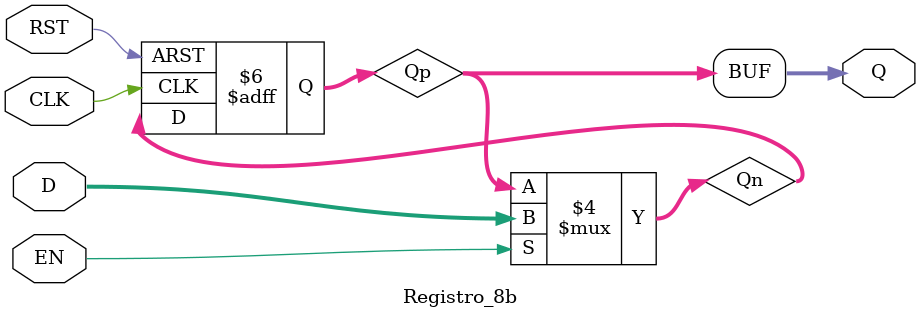
<source format=v>
module Registro_8b (
	input			RST,	//	Reset maestro
	input			CLK,	//	Reloj maestro
	input			EN,		//	Habilitacion
	input[7:0]		D,		//	Entrada
	output reg[7:0]	Q		//	Salida
	);
	
	reg[7:0] Qp, Qn; 
	
	always @ (Qp,EN,D)
	begin : Combinacional 
		if (EN)
			Qn = D;		//	Cargar
		else
			Qn = Qp;	//	Sostener
		Q = Qp;
	end
	
	always @ (posedge RST or posedge CLK)
	begin : Secuencial
		if (RST)
			Qp <= 0;
		else
			Qp <= Qn;
	end
	
/*	always @ (posedge RST or posedge CLK)
	begin 
		if (RST)
			Q <= 0;
		else begin 
			if (EN)
				Q <= D;	//	Cargar
			else
				Q <= Q;	//	Sostener
		end
	end	  */
	
endmodule

</source>
